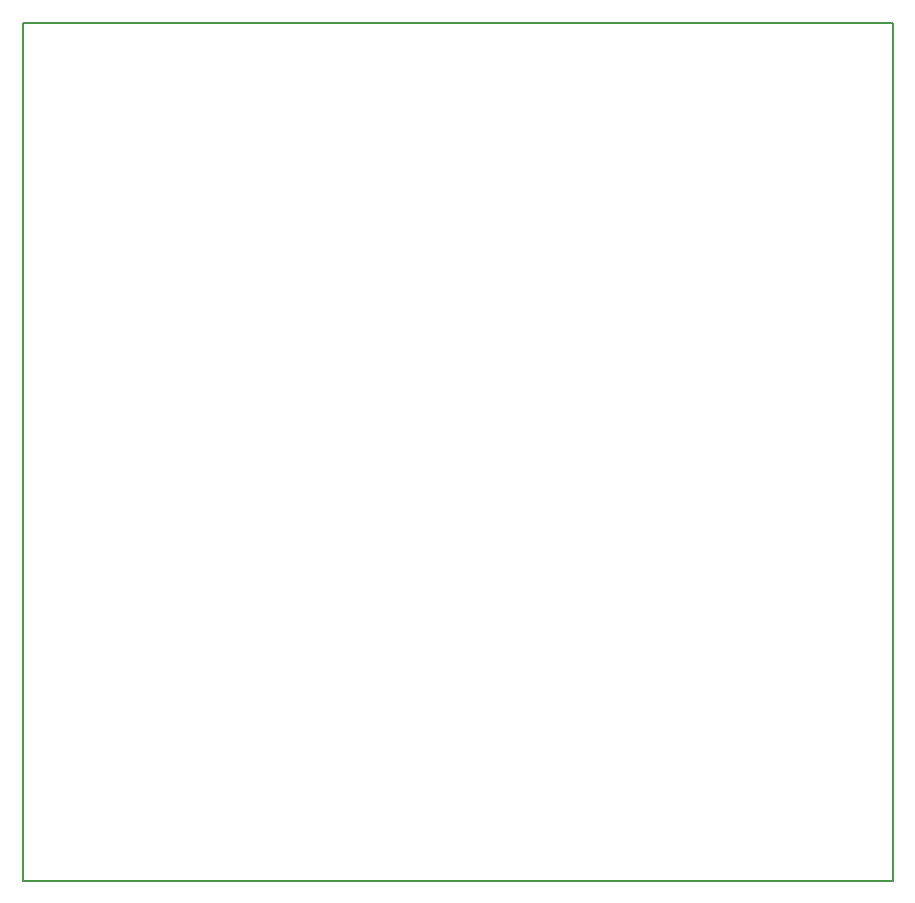
<source format=gbr>
G04 #@! TF.FileFunction,Profile,NP*
%FSLAX46Y46*%
G04 Gerber Fmt 4.6, Leading zero omitted, Abs format (unit mm)*
G04 Created by KiCad (PCBNEW 4.0.7-e2-6376~58~ubuntu16.04.1) date Thu Nov 30 15:06:58 2017*
%MOMM*%
%LPD*%
G01*
G04 APERTURE LIST*
%ADD10C,0.600000*%
%ADD11C,0.150000*%
G04 APERTURE END LIST*
D10*
D11*
X87376000Y-86106000D02*
X74676000Y-86106000D01*
X87376000Y-13462000D02*
X87376000Y-86106000D01*
X13716000Y-13462000D02*
X87376000Y-13462000D01*
X13716000Y-86106000D02*
X75184000Y-86106000D01*
X13716000Y-13462000D02*
X13716000Y-86106000D01*
M02*

</source>
